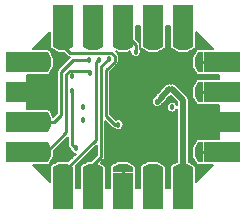
<source format=gbl>
G04 DipTrace 2.4.0.2*
%INTAS2521.gbl*%
%MOMM*%
%ADD13C,0.254*%
%ADD15C,0.508*%
%ADD17C,0.457*%
%ADD18C,0.152*%
%ADD22R,1.6X1.7*%
%ADD24R,2.032X1.7*%
%ADD26R,1.7X1.6*%
%ADD27R,1.7X2.0*%
%ADD28R,1.7X2.032*%
%ADD38C,0.711*%
%FSLAX53Y53*%
G04*
G71*
G90*
G75*
G01*
%LNBottom*%
%LPD*%
X18492Y16135D2*
D13*
X18221D1*
X17479Y16877D1*
Y20752D1*
X18192Y21466D1*
Y21912D1*
X17935Y22170D1*
X14464D1*
X13818Y22816D1*
Y25248D2*
Y23978D1*
Y22816D1*
X18898Y10008D2*
Y11278D1*
Y12443D1*
X21438Y10008D2*
Y11278D1*
Y12441D1*
Y25248D2*
Y23978D1*
Y22816D1*
X23978Y25248D2*
Y23978D1*
Y22816D1*
X27788Y16358D2*
X26518D1*
X25356D1*
X12441Y18898D2*
X11278D1*
X10008D1*
X16900Y21636D2*
Y21714D1*
X16610Y21424D1*
Y14846D1*
X13954Y12189D1*
Y12441D1*
X13818D1*
Y10008D2*
Y11278D1*
Y12441D1*
X27788Y13818D2*
X26518D1*
X25356D1*
X16358Y25248D2*
Y23978D1*
Y22816D1*
X17685Y21684D2*
X17051Y21050D1*
Y13417D1*
X15770Y12137D1*
Y10690D1*
X16358Y11278D1*
Y10008D2*
Y11278D1*
Y12441D1*
X16015Y21562D2*
X14652D1*
X13679Y20589D1*
Y16966D1*
X13071Y16358D1*
X12441D1*
X10008D2*
X11278D1*
X12441D1*
X16086Y20518D2*
Y20468D1*
X15864Y20690D1*
X14391D1*
X14086Y20385D1*
Y15463D1*
X12441Y13818D1*
X10008D2*
X11278D1*
X12441D1*
X27788Y18898D2*
X26518D1*
X25353D1*
X27788Y21438D2*
X26518D1*
X25356D1*
X23978Y11278D2*
D15*
Y18206D1*
X23054Y19130D1*
D17*
X22843D1*
D15*
X22132Y18418D1*
D17*
X21790Y18077D1*
X23978Y12441D2*
D15*
Y11278D1*
Y10008D1*
X14588Y19003D2*
D13*
Y14434D1*
X14901Y14121D1*
X18898Y25248D2*
Y23978D1*
Y22816D1*
X19981Y22308D2*
Y22895D1*
X18898Y23978D1*
D17*
X16900Y21636D3*
X17685Y21684D3*
X18492Y16135D3*
X14601Y20206D3*
X23054Y19130D3*
X21790Y18077D3*
X23054Y20503D3*
X23061Y16223D3*
X14588Y19003D3*
X23067Y17612D3*
X15522Y16525D3*
X19981Y22308D3*
X16015Y21562D3*
X16086Y20518D3*
X14901Y14121D3*
X15536Y17612D3*
X12295Y22951D3*
X12273Y12284D3*
X25551Y12306D3*
X25617Y22951D3*
X19998Y24363D2*
D18*
X20339D1*
X22538D2*
X22879D1*
X19998Y24214D2*
X20339D1*
X22538D2*
X22879D1*
X19998Y24065D2*
X20339D1*
X22538D2*
X22879D1*
X19998Y23916D2*
X20339D1*
X22538D2*
X22879D1*
X12542Y23766D2*
X12719D1*
X19998D2*
X20339D1*
X22538D2*
X22879D1*
X25077D2*
X25253D1*
X12392Y23617D2*
X12719D1*
X19998D2*
X20339D1*
X22538D2*
X22879D1*
X25077D2*
X25403D1*
X12244Y23468D2*
X12719D1*
X19998D2*
X20339D1*
X22538D2*
X22879D1*
X25077D2*
X25551D1*
X12094Y23319D2*
X12719D1*
X20083D2*
X20339D1*
X22538D2*
X22879D1*
X25077D2*
X25701D1*
X11944Y23170D2*
X12719D1*
X20233D2*
X20339D1*
X22538D2*
X22879D1*
X25077D2*
X25851D1*
X11796Y23021D2*
X12719D1*
X22538D2*
X22879D1*
X25077D2*
X25999D1*
X11646Y22872D2*
X12719D1*
X22538D2*
X22879D1*
X25077D2*
X26149D1*
X11499Y22723D2*
X12719D1*
X22538D2*
X22879D1*
X25077D2*
X26296D1*
X11349Y22574D2*
X12769D1*
X22488D2*
X22927D1*
X25029D2*
X26446D1*
X12744Y22425D2*
X13011D1*
X20445D2*
X20631D1*
X22245D2*
X23170D1*
X24786D2*
X25053D1*
X12823Y22276D2*
X13300D1*
X19416D2*
X19505D1*
X20457D2*
X20920D1*
X21955D2*
X23460D1*
X24496D2*
X24972D1*
X12899Y22127D2*
X13981D1*
X18497D2*
X19541D1*
X20421D2*
X24896D1*
X12975Y21978D2*
X14131D1*
X18562D2*
X19641D1*
X20321D2*
X24820D1*
X13049Y21829D2*
X14328D1*
X18569D2*
X24749D1*
X13059Y21680D2*
X14243D1*
X18569D2*
X24739D1*
X13059Y21530D2*
X14095D1*
X18569D2*
X24739D1*
X13059Y21381D2*
X13945D1*
X18559D2*
X24739D1*
X13059Y21232D2*
X13797D1*
X18483D2*
X24739D1*
X13056Y21083D2*
X13647D1*
X18335D2*
X24741D1*
X12994Y20934D2*
X13497D1*
X18185D2*
X24801D1*
X12918Y20785D2*
X13361D1*
X18038D2*
X24877D1*
X12842Y20636D2*
X13304D1*
X17888D2*
X24953D1*
X12766Y20487D2*
X13302D1*
X17854D2*
X25032D1*
X10759Y20338D2*
X13302D1*
X17854D2*
X27037D1*
X10759Y20189D2*
X13302D1*
X17854D2*
X27037D1*
X10759Y20040D2*
X13302D1*
X17854D2*
X27037D1*
X10759Y19891D2*
X13302D1*
X17854D2*
X25056D1*
X10759Y19742D2*
X13302D1*
X17854D2*
X24975D1*
X10759Y19593D2*
X13302D1*
X17854D2*
X22672D1*
X23226D2*
X24899D1*
X10759Y19444D2*
X13302D1*
X17854D2*
X22451D1*
X23446D2*
X24822D1*
X10759Y19294D2*
X13302D1*
X17854D2*
X22303D1*
X23596D2*
X24749D1*
X10759Y19145D2*
X13302D1*
X17854D2*
X22153D1*
X23746D2*
X24739D1*
X10759Y18996D2*
X13302D1*
X17854D2*
X22003D1*
X23893D2*
X24739D1*
X10759Y18847D2*
X13302D1*
X17854D2*
X21855D1*
X24043D2*
X24739D1*
X10759Y18698D2*
X13302D1*
X17854D2*
X21717D1*
X24191D2*
X24739D1*
X10759Y18549D2*
X13302D1*
X17854D2*
X21593D1*
X24341D2*
X24739D1*
X10759Y18400D2*
X13302D1*
X17854D2*
X21443D1*
X22819D2*
X23079D1*
X24441D2*
X24799D1*
X10759Y18251D2*
X13302D1*
X17854D2*
X21346D1*
X22672D2*
X23227D1*
X24479D2*
X24875D1*
X10759Y18102D2*
X13302D1*
X17854D2*
X21312D1*
X22522D2*
X23377D1*
X24481D2*
X24951D1*
X10759Y17953D2*
X13302D1*
X17854D2*
X21329D1*
X22336D2*
X22739D1*
X23396D2*
X23475D1*
X24481D2*
X25027D1*
X10759Y17804D2*
X13302D1*
X17854D2*
X21401D1*
X22188D2*
X22629D1*
X24481D2*
X27037D1*
X10759Y17655D2*
X13302D1*
X17854D2*
X21584D1*
X21995D2*
X22591D1*
X24481D2*
X27037D1*
X10759Y17506D2*
X13302D1*
X17854D2*
X22601D1*
X24481D2*
X27037D1*
X12735Y17357D2*
X13302D1*
X17854D2*
X22665D1*
X24481D2*
X27037D1*
X12818Y17208D2*
X13302D1*
X17854D2*
X22827D1*
X23307D2*
X23475D1*
X24481D2*
X27037D1*
X12894Y17058D2*
X13245D1*
X17854D2*
X23475D1*
X24481D2*
X27037D1*
X12970Y16909D2*
X13095D1*
X17973D2*
X23475D1*
X24481D2*
X27037D1*
X18121Y16760D2*
X23475D1*
X24481D2*
X27037D1*
X18271Y16611D2*
X23475D1*
X24481D2*
X27037D1*
X18835Y16462D2*
X23475D1*
X24481D2*
X27037D1*
X17428Y16313D2*
X17517D1*
X18935D2*
X23475D1*
X24481D2*
X27037D1*
X17428Y16164D2*
X17664D1*
X18969D2*
X23475D1*
X24481D2*
X27037D1*
X17428Y16015D2*
X17814D1*
X18955D2*
X23475D1*
X24481D2*
X27037D1*
X17428Y15866D2*
X17964D1*
X18885D2*
X23475D1*
X24481D2*
X27037D1*
X17428Y15717D2*
X18279D1*
X18707D2*
X23475D1*
X24481D2*
X27037D1*
X17428Y15568D2*
X23475D1*
X24481D2*
X27037D1*
X17428Y15419D2*
X23475D1*
X24481D2*
X27037D1*
X17428Y15270D2*
X23475D1*
X24481D2*
X27037D1*
X17428Y15121D2*
X23475D1*
X24481D2*
X27037D1*
X14121Y14972D2*
X14214D1*
X17428D2*
X23475D1*
X24481D2*
X27037D1*
X13971Y14822D2*
X14212D1*
X17428D2*
X23475D1*
X24481D2*
X25068D1*
X13823Y14673D2*
X14212D1*
X17428D2*
X23475D1*
X24481D2*
X24982D1*
X13673Y14524D2*
X14212D1*
X17428D2*
X23475D1*
X24481D2*
X24906D1*
X13523Y14375D2*
X14216D1*
X17428D2*
X23475D1*
X24481D2*
X24830D1*
X13375Y14226D2*
X14278D1*
X16516D2*
X16674D1*
X17428D2*
X23475D1*
X24481D2*
X24753D1*
X13225Y14077D2*
X14419D1*
X16368D2*
X16674D1*
X17428D2*
X23475D1*
X24481D2*
X24739D1*
X13078Y13928D2*
X14466D1*
X16218D2*
X16674D1*
X17428D2*
X23475D1*
X24481D2*
X24739D1*
X13059Y13779D2*
X14574D1*
X16071D2*
X16674D1*
X17428D2*
X23475D1*
X24481D2*
X24739D1*
X13059Y13630D2*
X14869D1*
X15921D2*
X16674D1*
X17428D2*
X23475D1*
X24481D2*
X24739D1*
X13056Y13481D2*
X14719D1*
X15771D2*
X16588D1*
X17428D2*
X23475D1*
X24481D2*
X24739D1*
X13004Y13332D2*
X14571D1*
X15623D2*
X16438D1*
X17416D2*
X23475D1*
X24481D2*
X24791D1*
X12928Y13183D2*
X14421D1*
X15473D2*
X16290D1*
X17340D2*
X23475D1*
X24481D2*
X24868D1*
X12851Y13034D2*
X13414D1*
X15326D2*
X15955D1*
X17192D2*
X18495D1*
X19302D2*
X21034D1*
X21841D2*
X23475D1*
X24481D2*
X24946D1*
X12773Y12885D2*
X13114D1*
X15175D2*
X15655D1*
X17061D2*
X18195D1*
X19602D2*
X20734D1*
X22141D2*
X23275D1*
X24681D2*
X25022D1*
X12582Y12736D2*
X12826D1*
X15025D2*
X15366D1*
X17350D2*
X17907D1*
X19890D2*
X20446D1*
X22429D2*
X22986D1*
X24970D2*
X25213D1*
X11444Y12586D2*
X12723D1*
X14914D2*
X15264D1*
X17452D2*
X17802D1*
X19993D2*
X20343D1*
X22534D2*
X22884D1*
X25072D2*
X26351D1*
X11594Y12437D2*
X12719D1*
X14918D2*
X15259D1*
X17457D2*
X17798D1*
X19998D2*
X20339D1*
X22538D2*
X22879D1*
X25077D2*
X26201D1*
X11742Y12288D2*
X12719D1*
X14918D2*
X15259D1*
X17457D2*
X17798D1*
X19998D2*
X20339D1*
X22538D2*
X22879D1*
X25077D2*
X26054D1*
X11892Y12139D2*
X12719D1*
X14918D2*
X15259D1*
X17457D2*
X17798D1*
X19998D2*
X20339D1*
X22538D2*
X22879D1*
X25077D2*
X25903D1*
X12042Y11990D2*
X12719D1*
X14918D2*
X15259D1*
X17457D2*
X17798D1*
X19998D2*
X20339D1*
X22538D2*
X22879D1*
X25077D2*
X25756D1*
X12189Y11841D2*
X12719D1*
X14918D2*
X15259D1*
X17457D2*
X17798D1*
X19998D2*
X20339D1*
X22538D2*
X22879D1*
X25077D2*
X25606D1*
X12339Y11692D2*
X12719D1*
X14918D2*
X15259D1*
X17457D2*
X17798D1*
X19998D2*
X20339D1*
X22538D2*
X22879D1*
X25077D2*
X25456D1*
X12487Y11543D2*
X12719D1*
X14918D2*
X15259D1*
X17457D2*
X17798D1*
X19998D2*
X20339D1*
X22538D2*
X22879D1*
X25077D2*
X25308D1*
X12637Y11394D2*
X12719D1*
X14918D2*
X15259D1*
X17457D2*
X17798D1*
X19998D2*
X20339D1*
X22538D2*
X22879D1*
X25077D2*
X25158D1*
X14918Y11245D2*
X15259D1*
X17457D2*
X17798D1*
X19998D2*
X20339D1*
X22538D2*
X22879D1*
X14918Y11096D2*
X15259D1*
X17457D2*
X17798D1*
X19998D2*
X20339D1*
X22538D2*
X22879D1*
X14918Y10947D2*
X15259D1*
X17457D2*
X17798D1*
X19998D2*
X20339D1*
X22538D2*
X22879D1*
X14918Y10798D2*
X15259D1*
X17457D2*
X17798D1*
X19998D2*
X20339D1*
X22538D2*
X22879D1*
X17813Y10746D2*
X17816Y12313D1*
X17813Y12383D1*
Y12538D1*
X17826Y12613D1*
X17861Y12680D1*
X17918Y12733D1*
X18008Y12782D1*
X18466Y13017D1*
X18540Y13040D1*
X18649Y13043D1*
X19223D1*
X19300Y13029D1*
X19398Y12982D1*
X19855Y12747D1*
X19916Y12702D1*
X19960Y12639D1*
X19981Y12564D1*
X19983Y12462D1*
Y10743D1*
X20353Y10744D1*
X20356Y12313D1*
X20353Y12378D1*
Y12538D1*
X20366Y12613D1*
X20401Y12680D1*
X20458Y12733D1*
X20548Y12782D1*
X21006Y13017D1*
X21080Y13040D1*
X21189Y13043D1*
X21763D1*
X21840Y13029D1*
X21938Y12982D1*
X22395Y12747D1*
X22456Y12702D1*
X22500Y12639D1*
X22521Y12564D1*
X22523Y12462D1*
Y10743D1*
X22892Y10744D1*
X22893Y11243D1*
Y12313D1*
Y12538D1*
X22906Y12613D1*
X22941Y12680D1*
X22998Y12733D1*
X23088Y12782D1*
X23489Y12987D1*
Y17424D1*
X23434Y17329D1*
X23382Y17273D1*
X23323Y17226D1*
X23256Y17189D1*
X23184Y17164D1*
X23109Y17151D1*
X23033Y17150D1*
X22958Y17162D1*
X22886Y17186D1*
X22818Y17222D1*
X22758Y17268D1*
X22705Y17323D1*
X22663Y17386D1*
X22631Y17455D1*
X22611Y17529D1*
X22604Y17605D1*
X22609Y17681D1*
X22626Y17755D1*
X22656Y17825D1*
X22696Y17889D1*
X22746Y17946D1*
X22805Y17995D1*
X22871Y18032D1*
X22943Y18059D1*
X23018Y18073D1*
X23094Y18075D1*
X23169Y18064D1*
X23242Y18041D1*
X23310Y18007D1*
X23371Y17962D1*
X23424Y17908D1*
X23468Y17845D1*
X23489Y17800D1*
Y18005D1*
X22947Y18546D1*
X22758Y18353D1*
X22477Y18073D1*
X22419Y18023D1*
X22348Y17980D1*
X22118Y17749D1*
X22060Y17700D1*
X21995Y17661D1*
X21924Y17633D1*
X21849Y17617D1*
X21773Y17614D1*
X21698Y17623D1*
X21625Y17644D1*
X21556Y17677D1*
X21494Y17721D1*
X21440Y17774D1*
X21395Y17836D1*
X21361Y17904D1*
X21338Y17977D1*
X21328Y18052D1*
X21330Y18128D1*
X21345Y18203D1*
X21371Y18274D1*
X21409Y18340D1*
X21463Y18404D1*
X21694Y18635D1*
X21730Y18697D1*
X21786Y18764D1*
X22498Y19475D1*
X22556Y19525D1*
X22621Y19565D1*
X22691Y19594D1*
X22765Y19612D1*
X22841Y19618D1*
X22947Y19606D1*
X23046Y19618D1*
X23122Y19614D1*
X23196Y19597D1*
X23267Y19570D1*
X23333Y19531D1*
X23400Y19475D1*
X24324Y18552D1*
X24373Y18494D1*
X24413Y18429D1*
X24442Y18359D1*
X24460Y18285D1*
X24467Y18130D1*
Y12989D1*
X24935Y12747D1*
X24996Y12702D1*
X25040Y12639D1*
X25061Y12564D1*
X25063Y12462D1*
Y11282D1*
X26512Y12733D1*
X25483Y12736D1*
X25418Y12733D1*
X25258D1*
X25183Y12746D1*
X25116Y12781D1*
X25063Y12838D1*
X25014Y12928D1*
X24779Y13386D1*
X24756Y13460D1*
X24753Y13569D1*
Y14143D1*
X24767Y14220D1*
X24814Y14318D1*
X25049Y14775D1*
X25094Y14836D1*
X25157Y14880D1*
X25232Y14901D1*
X25334Y14903D1*
X27053D1*
X27052Y17815D1*
X26257Y17813D1*
X25483Y17816D1*
X25413Y17813D1*
X25258D1*
X25183Y17826D1*
X25116Y17861D1*
X25063Y17918D1*
X25014Y18008D1*
X24779Y18466D1*
X24756Y18540D1*
X24753Y18649D1*
Y19223D1*
X24767Y19300D1*
X24814Y19398D1*
X25049Y19855D1*
X25094Y19916D1*
X25157Y19960D1*
X25232Y19981D1*
X25334Y19983D1*
X27053D1*
X27052Y20353D1*
X25483Y20356D1*
X25418Y20353D1*
X25258D1*
X25183Y20366D1*
X25116Y20401D1*
X25063Y20458D1*
X25014Y20548D1*
X24779Y21006D1*
X24756Y21080D1*
X24753Y21189D1*
Y21763D1*
X24767Y21840D1*
X24814Y21938D1*
X25049Y22395D1*
X25094Y22456D1*
X25157Y22500D1*
X25232Y22521D1*
X25334Y22523D1*
X26514D1*
X25062Y23974D1*
X25063Y22943D1*
Y22718D1*
X25050Y22643D1*
X25015Y22576D1*
X24958Y22523D1*
X24868Y22474D1*
X24410Y22239D1*
X24336Y22216D1*
X24227Y22213D1*
X23653D1*
X23576Y22227D1*
X23478Y22274D1*
X23021Y22509D1*
X22960Y22554D1*
X22916Y22617D1*
X22895Y22692D1*
X22893Y22794D1*
Y24513D1*
X22524Y24512D1*
X22523Y23794D1*
X22520Y22943D1*
X22523Y22878D1*
Y22718D1*
X22510Y22643D1*
X22475Y22576D1*
X22418Y22523D1*
X22328Y22474D1*
X21870Y22239D1*
X21796Y22216D1*
X21687Y22213D1*
X21113D1*
X21036Y22227D1*
X20938Y22274D1*
X20481Y22509D1*
X20420Y22554D1*
X20376Y22617D1*
X20355Y22692D1*
X20353Y22794D1*
Y24514D1*
X19981Y24512D1*
X19983Y23717D1*
Y23405D1*
X20237Y23151D1*
X20285Y23091D1*
X20319Y23024D1*
X20339Y22948D1*
X20353Y22943D1*
Y23172D1*
X11284Y22523D2*
X12313Y22520D1*
X12383Y22523D1*
X12538D1*
X12613Y22510D1*
X12680Y22475D1*
X12733Y22418D1*
X12782Y22328D1*
X13017Y21870D1*
X13040Y21796D1*
X13043Y21687D1*
Y21113D1*
X13029Y21036D1*
X12982Y20938D1*
X12747Y20481D1*
X12702Y20420D1*
X12639Y20376D1*
X12564Y20355D1*
X12462Y20353D1*
X10743D1*
X10744Y17441D1*
X11539Y17443D1*
X12313Y17440D1*
X12378Y17443D1*
X12538D1*
X12613Y17430D1*
X12680Y17395D1*
X12733Y17338D1*
X12782Y17248D1*
X13008Y16808D1*
X13317Y17118D1*
Y20589D1*
X13325Y20664D1*
X13349Y20736D1*
X13379Y20791D1*
X13477Y20898D1*
X14394Y21815D1*
X14316Y21840D1*
X14262Y21870D1*
X14154Y21968D1*
X13907Y22215D1*
X13493Y22213D1*
X13416Y22227D1*
X13318Y22274D1*
X12861Y22509D1*
X12800Y22554D1*
X12756Y22617D1*
X12735Y22692D1*
X12733Y22794D1*
Y23974D1*
X11282Y22522D1*
X12008Y12733D2*
X11282D1*
X12734Y11282D1*
X12733Y12313D1*
Y12538D1*
X12746Y12613D1*
X12781Y12680D1*
X12838Y12733D1*
X12928Y12782D1*
X13386Y13017D1*
X13460Y13040D1*
X13569Y13043D1*
X14143D1*
X14220Y13029D1*
X14265Y13009D1*
X14614Y13361D1*
X14912Y13659D1*
X14867D1*
X14792Y13671D1*
X14720Y13695D1*
X14652Y13730D1*
X14592Y13776D1*
X14540Y13832D1*
X14497Y13895D1*
X14465Y13964D1*
X14443Y14068D1*
X14333Y14178D1*
X14285Y14237D1*
X14250Y14305D1*
X14233Y14365D1*
X14227Y14510D1*
Y15094D1*
X13043Y13909D1*
Y13493D1*
X13029Y13416D1*
X12982Y13318D1*
X12747Y12861D1*
X12702Y12800D1*
X12639Y12756D1*
X12564Y12735D1*
X12462Y12733D1*
X12008D1*
X14903Y12008D2*
Y10743D1*
X15272Y10744D1*
X15273Y11243D1*
Y12313D1*
Y12538D1*
X15286Y12613D1*
X15321Y12680D1*
X15378Y12733D1*
X15468Y12782D1*
X15926Y13017D1*
X16000Y13040D1*
X16109Y13043D1*
X16164D1*
X16689Y13570D1*
Y14415D1*
X16112Y13835D1*
X14891Y12615D1*
X14903Y12538D1*
Y12008D1*
X20343Y22819D2*
Y22597D1*
X20387D1*
X20359Y22667D1*
X20342Y22598D1*
X20382Y22541D1*
X20414Y22472D1*
X20435Y22399D1*
X20445Y22308D1*
X20438Y22232D1*
X20420Y22159D1*
X20389Y22089D1*
X20348Y22025D1*
X20296Y21969D1*
X20237Y21922D1*
X20170Y21885D1*
X20098Y21860D1*
X20023Y21847D1*
X19947Y21846D1*
X19872Y21858D1*
X19800Y21882D1*
X19732Y21918D1*
X19672Y21964D1*
X19619Y22019D1*
X19577Y22082D1*
X19545Y22151D1*
X19525Y22225D1*
X19518Y22301D1*
X19519Y22336D1*
X19330Y22239D1*
X19256Y22216D1*
X19147Y22213D1*
X18573D1*
X18496Y22227D1*
X18398Y22274D1*
X18281Y22334D1*
X18448Y22168D1*
X18496Y22109D1*
X18530Y22041D1*
X18547Y21981D1*
X18554Y21836D1*
Y21466D1*
X18546Y21390D1*
X18522Y21318D1*
X18492Y21264D1*
X18394Y21156D1*
X17840Y20600D1*
X17842Y17025D1*
X18308Y16559D1*
X18368Y16581D1*
X18443Y16595D1*
X18519Y16597D1*
X18594Y16587D1*
X18667Y16564D1*
X18735Y16529D1*
X18796Y16484D1*
X18849Y16430D1*
X18893Y16368D1*
X18925Y16299D1*
X18947Y16226D1*
X18956Y16135D1*
X18949Y16059D1*
X18931Y15985D1*
X18900Y15915D1*
X18859Y15851D1*
X18808Y15795D1*
X18748Y15748D1*
X18681Y15712D1*
X18609Y15686D1*
X18534Y15673D1*
X18458D1*
X18383Y15684D1*
X18311Y15708D1*
X18243Y15744D1*
X18203Y15774D1*
X18159Y15778D1*
X18086Y15799D1*
X18019Y15835D1*
X17911Y15933D1*
X17411Y16433D1*
X17412Y15107D1*
Y13417D1*
X17404Y13342D1*
X17381Y13269D1*
X17351Y13215D1*
X17253Y13108D1*
X17035Y12891D1*
X17315Y12747D1*
X17376Y12702D1*
X17420Y12639D1*
X17441Y12564D1*
X17443Y12462D1*
Y10745D1*
X17813Y10746D1*
X17816Y11259D1*
D22*
X11278Y21438D3*
Y18898D3*
D24*
X10008Y21438D3*
Y18898D3*
G36*
X12538Y18048D2*
X12073D1*
Y19748D1*
X12538D1*
X12808Y19223D1*
Y18573D1*
X12538Y18048D1*
G37*
G36*
Y20588D2*
X12078D1*
Y22288D1*
X12538D1*
X12808Y21763D1*
Y21113D1*
X12538Y20588D1*
G37*
D26*
X13818Y11278D3*
G36*
X14668Y12538D2*
Y12073D1*
X12968D1*
Y12538D1*
X13493Y12808D1*
X14143D1*
X14668Y12538D1*
G37*
D27*
X13818Y10008D3*
D22*
X11278Y13818D3*
Y16358D3*
G36*
X12538Y15508D2*
X12073D1*
Y17208D1*
X12538D1*
X12808Y16683D1*
Y16033D1*
X12538Y15508D1*
G37*
G36*
Y12968D2*
X12073D1*
Y14668D1*
X12538D1*
X12808Y14143D1*
Y13493D1*
X12538Y12968D1*
G37*
D24*
X10008Y13818D3*
Y16358D3*
D22*
X26518Y18898D3*
Y21438D3*
D24*
X27788Y18898D3*
Y21438D3*
G36*
X25258Y22288D2*
X25723D1*
Y20588D1*
X25258D1*
X24988Y21113D1*
Y21763D1*
X25258Y22288D1*
G37*
G36*
Y19748D2*
X25718D1*
Y18048D1*
X25258D1*
X24988Y18573D1*
Y19223D1*
X25258Y19748D1*
G37*
D26*
X23978Y23978D3*
X21438D3*
X18898D3*
X16358D3*
G36*
X20588Y22718D2*
Y23183D1*
X22288D1*
Y22718D1*
X21763Y22448D1*
X21113D1*
X20588Y22718D1*
G37*
G36*
X23128D2*
Y23183D1*
X24828D1*
Y22718D1*
X24303Y22448D1*
X23653D1*
X23128Y22718D1*
G37*
G36*
X15508D2*
Y23183D1*
X17208D1*
Y22718D1*
X16683Y22448D1*
X16033D1*
X15508Y22718D1*
G37*
G36*
X18048D2*
Y23183D1*
X19748D1*
Y22718D1*
X19223Y22448D1*
X18573D1*
X18048Y22718D1*
G37*
D28*
X23978Y25248D3*
X21438D3*
X18898D3*
X16358D3*
D26*
X13818Y23978D3*
G36*
X12968Y22718D2*
Y23183D1*
X14668D1*
Y22718D1*
X14143Y22448D1*
X13493D1*
X12968Y22718D1*
G37*
D27*
X13818Y25248D3*
D22*
X26518Y16358D3*
Y13818D3*
G36*
X25258Y14668D2*
X25723D1*
Y12968D1*
X25258D1*
X24988Y13493D1*
Y14143D1*
X25258Y14668D1*
G37*
G36*
Y17208D2*
X25723D1*
Y15508D1*
X25258D1*
X24988Y16033D1*
Y16683D1*
X25258Y17208D1*
G37*
D24*
X27788Y16358D3*
Y13818D3*
D26*
X18898Y11278D3*
X21438D3*
D28*
X18898Y10008D3*
X21438D3*
G36*
X22288Y12538D2*
Y12073D1*
X20588D1*
Y12538D1*
X21113Y12808D1*
X21763D1*
X22288Y12538D1*
G37*
G36*
X19748D2*
Y12078D1*
X18048D1*
Y12538D1*
X18573Y12808D1*
X19223D1*
X19748Y12538D1*
G37*
D26*
X16358Y11278D3*
G36*
X17208Y12538D2*
Y12073D1*
X15508D1*
Y12538D1*
X16033Y12808D1*
X16683D1*
X17208Y12538D1*
G37*
D27*
X16358Y10008D3*
D26*
X23978Y11278D3*
G36*
X24828Y12538D2*
Y12073D1*
X23128D1*
Y12538D1*
X23653Y12808D1*
X24303D1*
X24828Y12538D1*
G37*
D27*
X23978Y10008D3*
D38*
X18327Y17939D3*
Y18839D3*
Y19739D3*
X19227Y17939D3*
Y18839D3*
Y19739D3*
X20127Y17939D3*
Y18839D3*
Y19739D3*
G36*
X21511Y18672D2*
X21702Y18701D1*
X21849Y18761D1*
X21943Y18837D1*
X22019Y18913D1*
X22083Y19026D1*
X22108Y19091D1*
X22128Y19186D1*
X22139Y19237D1*
X22144Y19319D1*
X22121Y19384D1*
X22083Y19422D1*
X22057Y19448D1*
X22045Y19512D1*
X22050Y19537D1*
X22065Y19588D1*
X22095Y19615D1*
X22014Y19714D1*
X21938Y19664D1*
X21920D1*
X21884Y19753D1*
X21829Y19765D1*
X21727Y19775D1*
X21834Y19523D1*
Y19491D1*
X21826Y19448D1*
X21803Y19438D1*
X21752Y19458D1*
X21689Y19573D1*
X21618Y19745D1*
X21567Y19719D1*
X21513Y19656D1*
X21587Y19465D1*
X21549Y19472D1*
X21511D1*
Y18672D1*
G37*
M02*

</source>
